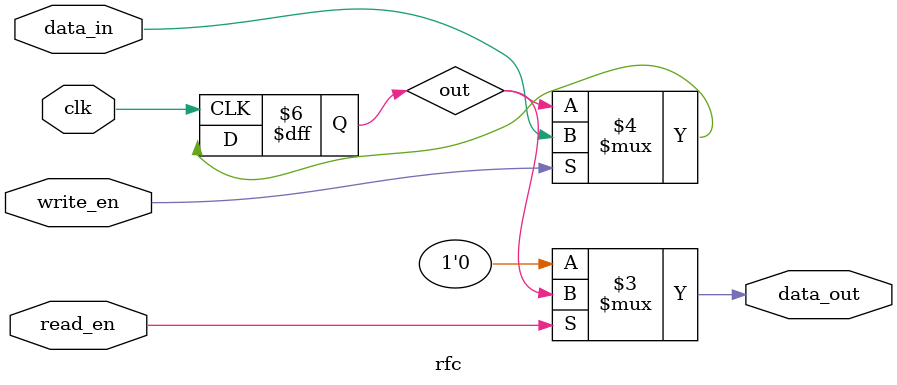
<source format=v>
module rfc (
    input wire clk,
    input wire read_en,
    input wire write_en,
    input wire data_in,
    output reg data_out
);
  reg out;  
    always @(posedge clk) begin
        if(write_en) begin
            out <= data_in;
        end
    end

    always @(*) begin
        data_out = (read_en) ? out : 1'b0;
    end

endmodule
</source>
